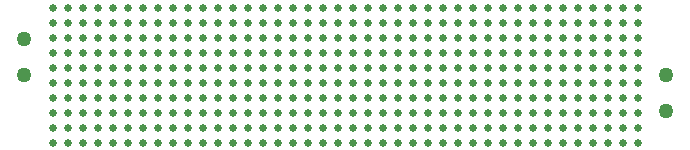
<source format=gbr>
%TF.GenerationSoftware,KiCad,Pcbnew,(6.0.8)*%
%TF.CreationDate,2022-12-05T17:54:35+01:00*%
%TF.ProjectId,FMC-HPC-BRK,464d432d-4850-4432-9d42-524b2e6b6963,rev?*%
%TF.SameCoordinates,Original*%
%TF.FileFunction,Soldermask,Bot*%
%TF.FilePolarity,Negative*%
%FSLAX46Y46*%
G04 Gerber Fmt 4.6, Leading zero omitted, Abs format (unit mm)*
G04 Created by KiCad (PCBNEW (6.0.8)) date 2022-12-05 17:54:35*
%MOMM*%
%LPD*%
G01*
G04 APERTURE LIST*
%ADD10C,0.640000*%
%ADD11C,1.270000*%
G04 APERTURE END LIST*
D10*
%TO.C,J1*%
X157910000Y-42545000D03*
X156640000Y-42545000D03*
X155370000Y-42545000D03*
X154100000Y-42545000D03*
X152830000Y-42545000D03*
X151560000Y-42545000D03*
X150290000Y-42545000D03*
X149020000Y-42545000D03*
X147750000Y-42545000D03*
X146480000Y-42545000D03*
X145210000Y-42545000D03*
X143940000Y-42545000D03*
X142670000Y-42545000D03*
X141400000Y-42545000D03*
X140130000Y-42545000D03*
X138860000Y-42545000D03*
X137590000Y-42545000D03*
X136320000Y-42545000D03*
X135050000Y-42545000D03*
X133780000Y-42545000D03*
X132510000Y-42545000D03*
X131240000Y-42545000D03*
X129970000Y-42545000D03*
X128700000Y-42545000D03*
X127430000Y-42545000D03*
X126160000Y-42545000D03*
X124890000Y-42545000D03*
X123620000Y-42545000D03*
X122350000Y-42545000D03*
X121080000Y-42545000D03*
X119810000Y-42545000D03*
X118540000Y-42545000D03*
X117270000Y-42545000D03*
X116000000Y-42545000D03*
X114730000Y-42545000D03*
X113460000Y-42545000D03*
X112190000Y-42545000D03*
X110920000Y-42545000D03*
X109650000Y-42545000D03*
X108380000Y-42545000D03*
X157910000Y-41275000D03*
X156640000Y-41275000D03*
X155370000Y-41275000D03*
X154100000Y-41275000D03*
X152830000Y-41275000D03*
X151560000Y-41275000D03*
X150290000Y-41275000D03*
X149020000Y-41275000D03*
X147750000Y-41275000D03*
X146480000Y-41275000D03*
X145210000Y-41275000D03*
X143940000Y-41275000D03*
X142670000Y-41275000D03*
X141400000Y-41275000D03*
X140130000Y-41275000D03*
X138860000Y-41275000D03*
X137590000Y-41275000D03*
X136320000Y-41275000D03*
X135050000Y-41275000D03*
X133780000Y-41275000D03*
X132510000Y-41275000D03*
X131240000Y-41275000D03*
X129970000Y-41275000D03*
X128700000Y-41275000D03*
X127430000Y-41275000D03*
X126160000Y-41275000D03*
X124890000Y-41275000D03*
X123620000Y-41275000D03*
X122350000Y-41275000D03*
X121080000Y-41275000D03*
X119810000Y-41275000D03*
X118540000Y-41275000D03*
X117270000Y-41275000D03*
X116000000Y-41275000D03*
X114730000Y-41275000D03*
X113460000Y-41275000D03*
X112190000Y-41275000D03*
X110920000Y-41275000D03*
X109650000Y-41275000D03*
X108380000Y-41275000D03*
X157910000Y-40005000D03*
X156640000Y-40005000D03*
X155370000Y-40005000D03*
X154100000Y-40005000D03*
X152830000Y-40005000D03*
X151560000Y-40005000D03*
X150290000Y-40005000D03*
X149020000Y-40005000D03*
X147750000Y-40005000D03*
X146480000Y-40005000D03*
X145210000Y-40005000D03*
X143940000Y-40005000D03*
X142670000Y-40005000D03*
X141400000Y-40005000D03*
X140130000Y-40005000D03*
X138860000Y-40005000D03*
X137590000Y-40005000D03*
X136320000Y-40005000D03*
X135050000Y-40005000D03*
X133780000Y-40005000D03*
X132510000Y-40005000D03*
X131240000Y-40005000D03*
X129970000Y-40005000D03*
X128700000Y-40005000D03*
X127430000Y-40005000D03*
X126160000Y-40005000D03*
X124890000Y-40005000D03*
X123620000Y-40005000D03*
X122350000Y-40005000D03*
X121080000Y-40005000D03*
X119810000Y-40005000D03*
X118540000Y-40005000D03*
X117270000Y-40005000D03*
X116000000Y-40005000D03*
X114730000Y-40005000D03*
X113460000Y-40005000D03*
X112190000Y-40005000D03*
X110920000Y-40005000D03*
X109650000Y-40005000D03*
X108380000Y-40005000D03*
X157910000Y-38735000D03*
X156640000Y-38735000D03*
X155370000Y-38735000D03*
X154100000Y-38735000D03*
X152830000Y-38735000D03*
X151560000Y-38735000D03*
X150290000Y-38735000D03*
X149020000Y-38735000D03*
X147750000Y-38735000D03*
X146480000Y-38735000D03*
X145210000Y-38735000D03*
X143940000Y-38735000D03*
X142670000Y-38735000D03*
X141400000Y-38735000D03*
X140130000Y-38735000D03*
X138860000Y-38735000D03*
X137590000Y-38735000D03*
X136320000Y-38735000D03*
X135050000Y-38735000D03*
X133780000Y-38735000D03*
X132510000Y-38735000D03*
X131240000Y-38735000D03*
X129970000Y-38735000D03*
X128700000Y-38735000D03*
X127430000Y-38735000D03*
X126160000Y-38735000D03*
X124890000Y-38735000D03*
X123620000Y-38735000D03*
X122350000Y-38735000D03*
X121080000Y-38735000D03*
X119810000Y-38735000D03*
X118540000Y-38735000D03*
X117270000Y-38735000D03*
X116000000Y-38735000D03*
X114730000Y-38735000D03*
X113460000Y-38735000D03*
X112190000Y-38735000D03*
X110920000Y-38735000D03*
X109650000Y-38735000D03*
X108380000Y-38735000D03*
X157910000Y-37465000D03*
X156640000Y-37465000D03*
X155370000Y-37465000D03*
X154100000Y-37465000D03*
X152830000Y-37465000D03*
X151560000Y-37465000D03*
X150290000Y-37465000D03*
X149020000Y-37465000D03*
X147750000Y-37465000D03*
X146480000Y-37465000D03*
X145210000Y-37465000D03*
X143940000Y-37465000D03*
X142670000Y-37465000D03*
X141400000Y-37465000D03*
X140130000Y-37465000D03*
X138860000Y-37465000D03*
X137590000Y-37465000D03*
X136320000Y-37465000D03*
X135050000Y-37465000D03*
X133780000Y-37465000D03*
X132510000Y-37465000D03*
X131240000Y-37465000D03*
X129970000Y-37465000D03*
X128700000Y-37465000D03*
X127430000Y-37465000D03*
X126160000Y-37465000D03*
X124890000Y-37465000D03*
X123620000Y-37465000D03*
X122350000Y-37465000D03*
X121080000Y-37465000D03*
X119810000Y-37465000D03*
X118540000Y-37465000D03*
X117270000Y-37465000D03*
X116000000Y-37465000D03*
X114730000Y-37465000D03*
X113460000Y-37465000D03*
X112190000Y-37465000D03*
X110920000Y-37465000D03*
X109650000Y-37465000D03*
X108380000Y-37465000D03*
X157910000Y-36195000D03*
X156640000Y-36195000D03*
X155370000Y-36195000D03*
X154100000Y-36195000D03*
X152830000Y-36195000D03*
X151560000Y-36195000D03*
X150290000Y-36195000D03*
X149020000Y-36195000D03*
X147750000Y-36195000D03*
X146480000Y-36195000D03*
X145210000Y-36195000D03*
X143940000Y-36195000D03*
X142670000Y-36195000D03*
X141400000Y-36195000D03*
X140130000Y-36195000D03*
X138860000Y-36195000D03*
X137590000Y-36195000D03*
X136320000Y-36195000D03*
X135050000Y-36195000D03*
X133780000Y-36195000D03*
X132510000Y-36195000D03*
X131240000Y-36195000D03*
X129970000Y-36195000D03*
X128700000Y-36195000D03*
X127430000Y-36195000D03*
X126160000Y-36195000D03*
X124890000Y-36195000D03*
X123620000Y-36195000D03*
X122350000Y-36195000D03*
X121080000Y-36195000D03*
X119810000Y-36195000D03*
X118540000Y-36195000D03*
X117270000Y-36195000D03*
X116000000Y-36195000D03*
X114730000Y-36195000D03*
X113460000Y-36195000D03*
X112190000Y-36195000D03*
X110920000Y-36195000D03*
X109650000Y-36195000D03*
X108380000Y-36195000D03*
X157910000Y-34925000D03*
X156640000Y-34925000D03*
X155370000Y-34925000D03*
X154100000Y-34925000D03*
X152830000Y-34925000D03*
X151560000Y-34925000D03*
X150290000Y-34925000D03*
X149020000Y-34925000D03*
X147750000Y-34925000D03*
X146480000Y-34925000D03*
X145210000Y-34925000D03*
X143940000Y-34925000D03*
X142670000Y-34925000D03*
X141400000Y-34925000D03*
X140130000Y-34925000D03*
X138860000Y-34925000D03*
X137590000Y-34925000D03*
X136320000Y-34925000D03*
X135050000Y-34925000D03*
X133780000Y-34925000D03*
X132510000Y-34925000D03*
X131240000Y-34925000D03*
X129970000Y-34925000D03*
X128700000Y-34925000D03*
X127430000Y-34925000D03*
X126160000Y-34925000D03*
X124890000Y-34925000D03*
X123620000Y-34925000D03*
X122350000Y-34925000D03*
X121080000Y-34925000D03*
X119810000Y-34925000D03*
X118540000Y-34925000D03*
X117270000Y-34925000D03*
X116000000Y-34925000D03*
X114730000Y-34925000D03*
X113460000Y-34925000D03*
X112190000Y-34925000D03*
X110920000Y-34925000D03*
X109650000Y-34925000D03*
X108380000Y-34925000D03*
X157910000Y-33655000D03*
X156640000Y-33655000D03*
X155370000Y-33655000D03*
X154100000Y-33655000D03*
X152830000Y-33655000D03*
X151560000Y-33655000D03*
X150290000Y-33655000D03*
X149020000Y-33655000D03*
X147750000Y-33655000D03*
X146480000Y-33655000D03*
X145210000Y-33655000D03*
X143940000Y-33655000D03*
X142670000Y-33655000D03*
X141400000Y-33655000D03*
X140130000Y-33655000D03*
X138860000Y-33655000D03*
X137590000Y-33655000D03*
X136320000Y-33655000D03*
X135050000Y-33655000D03*
X133780000Y-33655000D03*
X132510000Y-33655000D03*
X131240000Y-33655000D03*
X129970000Y-33655000D03*
X128700000Y-33655000D03*
X127430000Y-33655000D03*
X126160000Y-33655000D03*
X124890000Y-33655000D03*
X123620000Y-33655000D03*
X122350000Y-33655000D03*
X121080000Y-33655000D03*
X119810000Y-33655000D03*
X118540000Y-33655000D03*
X117270000Y-33655000D03*
X116000000Y-33655000D03*
X114730000Y-33655000D03*
X113460000Y-33655000D03*
X112190000Y-33655000D03*
X110920000Y-33655000D03*
X109650000Y-33655000D03*
X108380000Y-33655000D03*
X157910000Y-32385000D03*
X156640000Y-32385000D03*
X155370000Y-32385000D03*
X154100000Y-32385000D03*
X152830000Y-32385000D03*
X151560000Y-32385000D03*
X150290000Y-32385000D03*
X149020000Y-32385000D03*
X147750000Y-32385000D03*
X146480000Y-32385000D03*
X145210000Y-32385000D03*
X143940000Y-32385000D03*
X142670000Y-32385000D03*
X141400000Y-32385000D03*
X140130000Y-32385000D03*
X138860000Y-32385000D03*
X137590000Y-32385000D03*
X136320000Y-32385000D03*
X135050000Y-32385000D03*
X133780000Y-32385000D03*
X132510000Y-32385000D03*
X131240000Y-32385000D03*
X129970000Y-32385000D03*
X128700000Y-32385000D03*
X127430000Y-32385000D03*
X126160000Y-32385000D03*
X124890000Y-32385000D03*
X123620000Y-32385000D03*
X122350000Y-32385000D03*
X121080000Y-32385000D03*
X119810000Y-32385000D03*
X118540000Y-32385000D03*
X117270000Y-32385000D03*
X116000000Y-32385000D03*
X114730000Y-32385000D03*
X113460000Y-32385000D03*
X112190000Y-32385000D03*
X110920000Y-32385000D03*
X109650000Y-32385000D03*
X108380000Y-32385000D03*
X157910000Y-31115000D03*
X156640000Y-31115000D03*
X155370000Y-31115000D03*
X154100000Y-31115000D03*
X152830000Y-31115000D03*
X151560000Y-31115000D03*
X150290000Y-31115000D03*
X149020000Y-31115000D03*
X147750000Y-31115000D03*
X146480000Y-31115000D03*
X145210000Y-31115000D03*
X143940000Y-31115000D03*
X142670000Y-31115000D03*
X141400000Y-31115000D03*
X140130000Y-31115000D03*
X138860000Y-31115000D03*
X137590000Y-31115000D03*
X136320000Y-31115000D03*
X135050000Y-31115000D03*
X133780000Y-31115000D03*
X132510000Y-31115000D03*
X131240000Y-31115000D03*
X129970000Y-31115000D03*
X128700000Y-31115000D03*
X127430000Y-31115000D03*
X126160000Y-31115000D03*
X124890000Y-31115000D03*
X123620000Y-31115000D03*
X122350000Y-31115000D03*
X121080000Y-31115000D03*
X119810000Y-31115000D03*
X118540000Y-31115000D03*
X117270000Y-31115000D03*
X116000000Y-31115000D03*
X114730000Y-31115000D03*
X113460000Y-31115000D03*
X112190000Y-31115000D03*
X110920000Y-31115000D03*
X109650000Y-31115000D03*
X108380000Y-31115000D03*
D11*
X105954000Y-36830000D03*
X160336000Y-39880000D03*
%TD*%
%TO.C,K1*%
X105956000Y-33780000D03*
X160336000Y-36830000D03*
%TD*%
M02*

</source>
